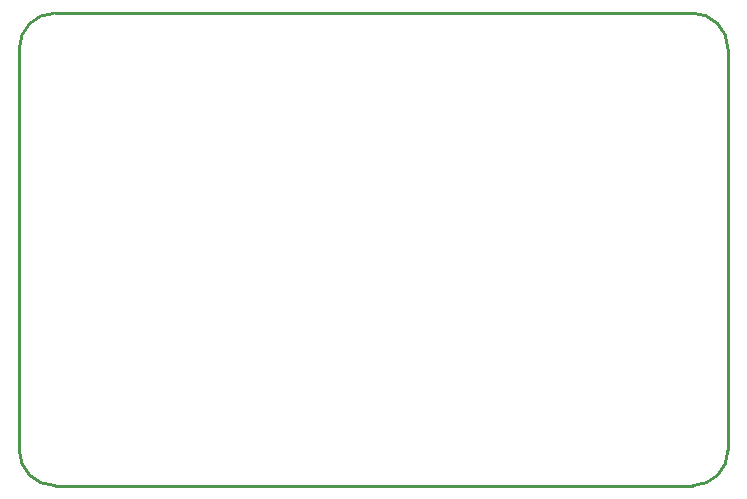
<source format=gko>
G04 Layer: BoardOutlineLayer*
G04 EasyEDA v6.5.39, 2023-12-21 10:53:13*
G04 3e67a15472894c6e83902e6d43e54a9e,2402692d15bd446891542ced5281a4ad,10*
G04 Gerber Generator version 0.2*
G04 Scale: 100 percent, Rotated: No, Reflected: No *
G04 Dimensions in millimeters *
G04 leading zeros omitted , absolute positions ,4 integer and 5 decimal *
%FSLAX45Y45*%
%MOMM*%

%ADD10C,0.2540*%
D10*
X0Y-3699992D02*
G01*
X0Y-299999D01*
X5699988Y-3999992D02*
G01*
X299999Y-3999992D01*
X5999988Y-299999D02*
G01*
X5999988Y-3699992D01*
X299999Y0D02*
G01*
X5699988Y0D01*
G75*
G01*
X5699989Y0D02*
G02*
X5999988Y-299999I0J-299999D01*
G75*
G01*
X5999988Y-3699993D02*
G02*
X5699989Y-3999992I-299999J0D01*
G75*
G01*
X299999Y-3999992D02*
G02*
X0Y-3699993I0J299999D01*
G75*
G01*
X0Y-299999D02*
G02*
X299999Y0I299999J0D01*

%LPD*%
M02*

</source>
